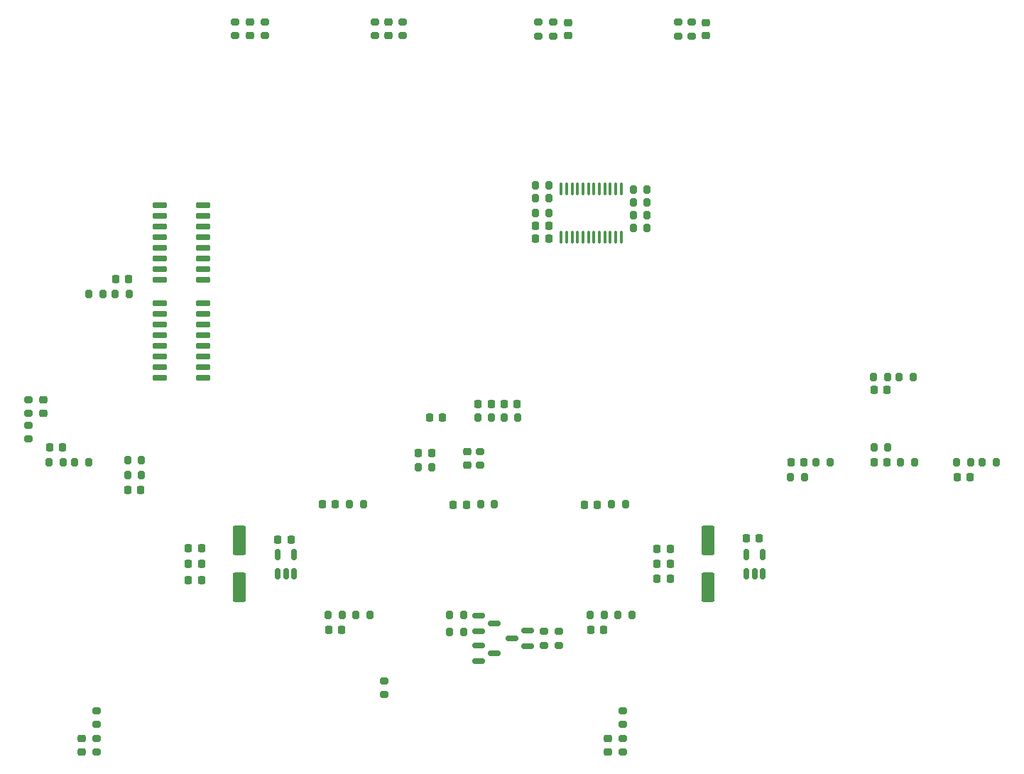
<source format=gbr>
%TF.GenerationSoftware,KiCad,Pcbnew,7.0.2*%
%TF.CreationDate,2023-05-23T12:29:28+08:00*%
%TF.ProjectId,remote_controller,72656d6f-7465-45f6-936f-6e74726f6c6c,rev?*%
%TF.SameCoordinates,PX715d7c0PY5feca40*%
%TF.FileFunction,Paste,Top*%
%TF.FilePolarity,Positive*%
%FSLAX46Y46*%
G04 Gerber Fmt 4.6, Leading zero omitted, Abs format (unit mm)*
G04 Created by KiCad (PCBNEW 7.0.2) date 2023-05-23 12:29:28*
%MOMM*%
%LPD*%
G01*
G04 APERTURE LIST*
G04 Aperture macros list*
%AMRoundRect*
0 Rectangle with rounded corners*
0 $1 Rounding radius*
0 $2 $3 $4 $5 $6 $7 $8 $9 X,Y pos of 4 corners*
0 Add a 4 corners polygon primitive as box body*
4,1,4,$2,$3,$4,$5,$6,$7,$8,$9,$2,$3,0*
0 Add four circle primitives for the rounded corners*
1,1,$1+$1,$2,$3*
1,1,$1+$1,$4,$5*
1,1,$1+$1,$6,$7*
1,1,$1+$1,$8,$9*
0 Add four rect primitives between the rounded corners*
20,1,$1+$1,$2,$3,$4,$5,0*
20,1,$1+$1,$4,$5,$6,$7,0*
20,1,$1+$1,$6,$7,$8,$9,0*
20,1,$1+$1,$8,$9,$2,$3,0*%
G04 Aperture macros list end*
%ADD10RoundRect,0.218750X-0.218750X-0.256250X0.218750X-0.256250X0.218750X0.256250X-0.218750X0.256250X0*%
%ADD11RoundRect,0.225000X0.225000X0.250000X-0.225000X0.250000X-0.225000X-0.250000X0.225000X-0.250000X0*%
%ADD12RoundRect,0.225000X-0.225000X-0.250000X0.225000X-0.250000X0.225000X0.250000X-0.225000X0.250000X0*%
%ADD13RoundRect,0.200000X0.275000X-0.200000X0.275000X0.200000X-0.275000X0.200000X-0.275000X-0.200000X0*%
%ADD14RoundRect,0.225000X-0.250000X0.225000X-0.250000X-0.225000X0.250000X-0.225000X0.250000X0.225000X0*%
%ADD15RoundRect,0.100000X0.100000X-0.637500X0.100000X0.637500X-0.100000X0.637500X-0.100000X-0.637500X0*%
%ADD16RoundRect,0.200000X-0.200000X-0.275000X0.200000X-0.275000X0.200000X0.275000X-0.200000X0.275000X0*%
%ADD17RoundRect,0.200000X-0.275000X0.200000X-0.275000X-0.200000X0.275000X-0.200000X0.275000X0.200000X0*%
%ADD18RoundRect,0.200000X0.200000X0.275000X-0.200000X0.275000X-0.200000X-0.275000X0.200000X-0.275000X0*%
%ADD19RoundRect,0.150000X0.150000X-0.512500X0.150000X0.512500X-0.150000X0.512500X-0.150000X-0.512500X0*%
%ADD20RoundRect,0.250000X0.550000X-1.500000X0.550000X1.500000X-0.550000X1.500000X-0.550000X-1.500000X0*%
%ADD21RoundRect,0.150000X-0.587500X-0.150000X0.587500X-0.150000X0.587500X0.150000X-0.587500X0.150000X0*%
%ADD22RoundRect,0.225000X0.250000X-0.225000X0.250000X0.225000X-0.250000X0.225000X-0.250000X-0.225000X0*%
%ADD23RoundRect,0.150000X0.725000X0.150000X-0.725000X0.150000X-0.725000X-0.150000X0.725000X-0.150000X0*%
%ADD24RoundRect,0.150000X0.587500X0.150000X-0.587500X0.150000X-0.587500X-0.150000X0.587500X-0.150000X0*%
G04 APERTURE END LIST*
D10*
%TO.C,D3*%
X47273060Y7671150D03*
X48848060Y7671150D03*
%TD*%
D11*
%TO.C,C41*%
X124527560Y10953150D03*
X122977560Y10953150D03*
%TD*%
%TO.C,C26*%
X70535600Y19659600D03*
X68985600Y19659600D03*
%TD*%
%TO.C,C40*%
X114621560Y12731150D03*
X113071560Y12731150D03*
%TD*%
D12*
%TO.C,C6*%
X31323560Y2484149D03*
X32873560Y2484149D03*
%TD*%
%TO.C,C15*%
X87203560Y2357149D03*
X88753560Y2357149D03*
%TD*%
D13*
%TO.C,R27*%
X36902875Y63559595D03*
X36902875Y65209595D03*
%TD*%
D12*
%TO.C,C23*%
X22647560Y34575150D03*
X24197560Y34575150D03*
%TD*%
%TO.C,C1*%
X72732000Y40894000D03*
X74282000Y40894000D03*
%TD*%
D11*
%TO.C,C4*%
X43541560Y3494649D03*
X41991560Y3494649D03*
%TD*%
D14*
%TO.C,C24*%
X38680875Y65159595D03*
X38680875Y63609595D03*
%TD*%
D15*
%TO.C,U3*%
X75774000Y39555500D03*
X76424000Y39555500D03*
X77074000Y39555500D03*
X77724000Y39555500D03*
X78374000Y39555500D03*
X79024000Y39555500D03*
X79674000Y39555500D03*
X80324000Y39555500D03*
X80974000Y39555500D03*
X81624000Y39555500D03*
X82274000Y39555500D03*
X82924000Y39555500D03*
X82924000Y45280500D03*
X82274000Y45280500D03*
X81624000Y45280500D03*
X80974000Y45280500D03*
X80324000Y45280500D03*
X79674000Y45280500D03*
X79024000Y45280500D03*
X78374000Y45280500D03*
X77724000Y45280500D03*
X77074000Y45280500D03*
X76424000Y45280500D03*
X75774000Y45280500D03*
%TD*%
D16*
%TO.C,R1*%
X84366000Y45212000D03*
X86016000Y45212000D03*
%TD*%
D13*
%TO.C,R40*%
X89690625Y63507000D03*
X89690625Y65157000D03*
%TD*%
D16*
%TO.C,R30*%
X68935600Y18034000D03*
X70585600Y18034000D03*
%TD*%
%TO.C,R12*%
X50537560Y7671150D03*
X52187560Y7671150D03*
%TD*%
D12*
%TO.C,C16*%
X87203560Y579149D03*
X88753560Y579149D03*
%TD*%
D16*
%TO.C,R37*%
X14723560Y12731150D03*
X16373560Y12731150D03*
%TD*%
D11*
%TO.C,C14*%
X99389560Y3627149D03*
X97839560Y3627149D03*
%TD*%
D13*
%TO.C,R15*%
X54704560Y-15017850D03*
X54704560Y-13367850D03*
%TD*%
D16*
%TO.C,R25*%
X19486560Y32797150D03*
X21136560Y32797150D03*
%TD*%
D11*
%TO.C,C38*%
X114621560Y21367150D03*
X113071560Y21367150D03*
%TD*%
D17*
%TO.C,R43*%
X20374560Y-16923850D03*
X20374560Y-18573850D03*
%TD*%
D18*
%TO.C,R2*%
X74333000Y45744000D03*
X72683000Y45744000D03*
%TD*%
%TO.C,R5*%
X86016000Y40640000D03*
X84366000Y40640000D03*
%TD*%
D16*
%TO.C,R49*%
X103115560Y10953150D03*
X104765560Y10953150D03*
%TD*%
D10*
%TO.C,D5*%
X78515060Y7651150D03*
X80090060Y7651150D03*
%TD*%
D16*
%TO.C,R59*%
X122927560Y12731150D03*
X124577560Y12731150D03*
%TD*%
D18*
%TO.C,R4*%
X86016000Y42164000D03*
X84366000Y42164000D03*
%TD*%
D13*
%TO.C,R28*%
X40458875Y63559595D03*
X40458875Y65209595D03*
%TD*%
D18*
%TO.C,R8*%
X64123000Y-5516850D03*
X62473000Y-5516850D03*
%TD*%
D16*
%TO.C,R38*%
X58712600Y12141200D03*
X60362600Y12141200D03*
%TD*%
%TO.C,R6*%
X72693000Y44224000D03*
X74343000Y44224000D03*
%TD*%
D18*
%TO.C,R39*%
X25717000Y12954000D03*
X24067000Y12954000D03*
%TD*%
D16*
%TO.C,R3*%
X72682000Y42418000D03*
X74332000Y42418000D03*
%TD*%
D19*
%TO.C,U5*%
X42004560Y-558351D03*
X42954560Y-558351D03*
X43904560Y-558351D03*
X43904560Y1716649D03*
X42004560Y1716649D03*
%TD*%
D13*
%TO.C,R50*%
X83112560Y-20225850D03*
X83112560Y-21875850D03*
%TD*%
D11*
%TO.C,C39*%
X49595000Y-7294850D03*
X48045000Y-7294850D03*
%TD*%
D18*
%TO.C,R26*%
X24247560Y32797150D03*
X22597560Y32797150D03*
%TD*%
D20*
%TO.C,C18*%
X93272560Y-2220851D03*
X93272560Y3379149D03*
%TD*%
D18*
%TO.C,R54*%
X117910560Y12731150D03*
X116260560Y12731150D03*
%TD*%
D12*
%TO.C,C7*%
X31323560Y579149D03*
X32873560Y579149D03*
%TD*%
D13*
%TO.C,R45*%
X73053625Y63507000D03*
X73053625Y65157000D03*
%TD*%
D12*
%TO.C,C2*%
X72732000Y39370000D03*
X74282000Y39370000D03*
%TD*%
D13*
%TO.C,R44*%
X20374560Y-21875850D03*
X20374560Y-20225850D03*
%TD*%
D17*
%TO.C,R11*%
X73712000Y-7485850D03*
X73712000Y-9135850D03*
%TD*%
D21*
%TO.C,Q1*%
X65916500Y-9138850D03*
X65916500Y-11038850D03*
X67791500Y-10088850D03*
%TD*%
D14*
%TO.C,C34*%
X18596560Y-20275850D03*
X18596560Y-21825850D03*
%TD*%
D18*
%TO.C,R51*%
X117719560Y22891150D03*
X116069560Y22891150D03*
%TD*%
%TO.C,R58*%
X84189000Y-5516850D03*
X82539000Y-5516850D03*
%TD*%
D13*
%TO.C,R34*%
X56841875Y63559595D03*
X56841875Y65209595D03*
%TD*%
D22*
%TO.C,C25*%
X14024560Y18560150D03*
X14024560Y20110150D03*
%TD*%
D11*
%TO.C,C42*%
X80837000Y-7294850D03*
X79287000Y-7294850D03*
%TD*%
D16*
%TO.C,R60*%
X79237000Y-5516850D03*
X80887000Y-5516850D03*
%TD*%
D23*
%TO.C,U9*%
X33055000Y34417000D03*
X33055000Y35687000D03*
X33055000Y36957000D03*
X33055000Y38227000D03*
X33055000Y39497000D03*
X33055000Y40767000D03*
X33055000Y42037000D03*
X33055000Y43307000D03*
X27905000Y43307000D03*
X27905000Y42037000D03*
X27905000Y40767000D03*
X27905000Y39497000D03*
X27905000Y38227000D03*
X27905000Y36957000D03*
X27905000Y35687000D03*
X27905000Y34417000D03*
%TD*%
D13*
%TO.C,R29*%
X12246560Y15462150D03*
X12246560Y17112150D03*
%TD*%
D18*
%TO.C,R35*%
X19421560Y12731150D03*
X17771560Y12731150D03*
%TD*%
D14*
%TO.C,C28*%
X55190875Y65159595D03*
X55190875Y63609595D03*
%TD*%
D19*
%TO.C,U7*%
X97884560Y-558351D03*
X98834560Y-558351D03*
X99784560Y-558351D03*
X99784560Y1716649D03*
X97884560Y1716649D03*
%TD*%
D12*
%TO.C,C3*%
X61613000Y18034000D03*
X60063000Y18034000D03*
%TD*%
D21*
%TO.C,D2*%
X65916500Y-5582850D03*
X65916500Y-7482850D03*
X67791500Y-6532850D03*
%TD*%
D18*
%TO.C,R46*%
X107813560Y12731150D03*
X106163560Y12731150D03*
%TD*%
D12*
%TO.C,C32*%
X24117000Y9398000D03*
X25667000Y9398000D03*
%TD*%
D16*
%TO.C,R14*%
X81779560Y7691150D03*
X83429560Y7691150D03*
%TD*%
D11*
%TO.C,C29*%
X16323560Y14509150D03*
X14773560Y14509150D03*
%TD*%
D13*
%TO.C,R47*%
X74831625Y63507000D03*
X74831625Y65157000D03*
%TD*%
D14*
%TO.C,C33*%
X92992625Y65107000D03*
X92992625Y63557000D03*
%TD*%
D13*
%TO.C,R10*%
X75490000Y-9135850D03*
X75490000Y-7485850D03*
%TD*%
D14*
%TO.C,C37*%
X81334560Y-21825850D03*
X81334560Y-20275850D03*
%TD*%
D18*
%TO.C,R9*%
X64123000Y-7548850D03*
X62473000Y-7548850D03*
%TD*%
D17*
%TO.C,R31*%
X12246560Y20160150D03*
X12246560Y18510150D03*
%TD*%
D11*
%TO.C,C31*%
X60312600Y13766800D03*
X58762600Y13766800D03*
%TD*%
D18*
%TO.C,R7*%
X86016000Y43688000D03*
X84366000Y43688000D03*
%TD*%
D11*
%TO.C,C36*%
X104715560Y12731150D03*
X103165560Y12731150D03*
%TD*%
D13*
%TO.C,R33*%
X53539875Y63559595D03*
X53539875Y65209595D03*
%TD*%
D16*
%TO.C,R32*%
X67462400Y18034000D03*
X65812400Y18034000D03*
%TD*%
D14*
%TO.C,C35*%
X76609625Y65107000D03*
X76609625Y63557000D03*
%TD*%
D24*
%TO.C,Q2*%
X71777000Y-9260850D03*
X71777000Y-7360850D03*
X69902000Y-8310850D03*
%TD*%
D20*
%TO.C,C8*%
X37392560Y-2220851D03*
X37392560Y3379149D03*
%TD*%
D17*
%TO.C,R48*%
X83112560Y-18573850D03*
X83112560Y-16923850D03*
%TD*%
D18*
%TO.C,R41*%
X25717000Y11176000D03*
X24067000Y11176000D03*
%TD*%
D16*
%TO.C,R56*%
X113084560Y14509150D03*
X114734560Y14509150D03*
%TD*%
%TO.C,R55*%
X47995000Y-5516850D03*
X49645000Y-5516850D03*
%TD*%
D18*
%TO.C,R57*%
X127625560Y12731150D03*
X125975560Y12731150D03*
%TD*%
%TO.C,R53*%
X52947000Y-5516850D03*
X51297000Y-5516850D03*
%TD*%
D12*
%TO.C,C5*%
X31323560Y-1325851D03*
X32873560Y-1325851D03*
%TD*%
D16*
%TO.C,R52*%
X113021560Y22891150D03*
X114671560Y22891150D03*
%TD*%
%TO.C,R13*%
X66158560Y7691150D03*
X67808560Y7691150D03*
%TD*%
D10*
%TO.C,D4*%
X62894060Y7651150D03*
X64469060Y7651150D03*
%TD*%
D14*
%TO.C,C30*%
X64566800Y12382200D03*
X64566800Y13932200D03*
%TD*%
D13*
%TO.C,R36*%
X66090800Y13982200D03*
X66090800Y12332200D03*
%TD*%
D23*
%TO.C,U10*%
X33055000Y22764150D03*
X33055000Y24034150D03*
X33055000Y25304150D03*
X33055000Y26574150D03*
X33055000Y27844150D03*
X33055000Y29114150D03*
X33055000Y30384150D03*
X33055000Y31654150D03*
X27905000Y31654150D03*
X27905000Y30384150D03*
X27905000Y29114150D03*
X27905000Y27844150D03*
X27905000Y26574150D03*
X27905000Y25304150D03*
X27905000Y24034150D03*
X27905000Y22764150D03*
%TD*%
D12*
%TO.C,C17*%
X87203560Y-1198851D03*
X88753560Y-1198851D03*
%TD*%
D11*
%TO.C,C27*%
X67424600Y19659600D03*
X65874600Y19659600D03*
%TD*%
D13*
%TO.C,R42*%
X91341625Y63507000D03*
X91341625Y65157000D03*
%TD*%
M02*

</source>
